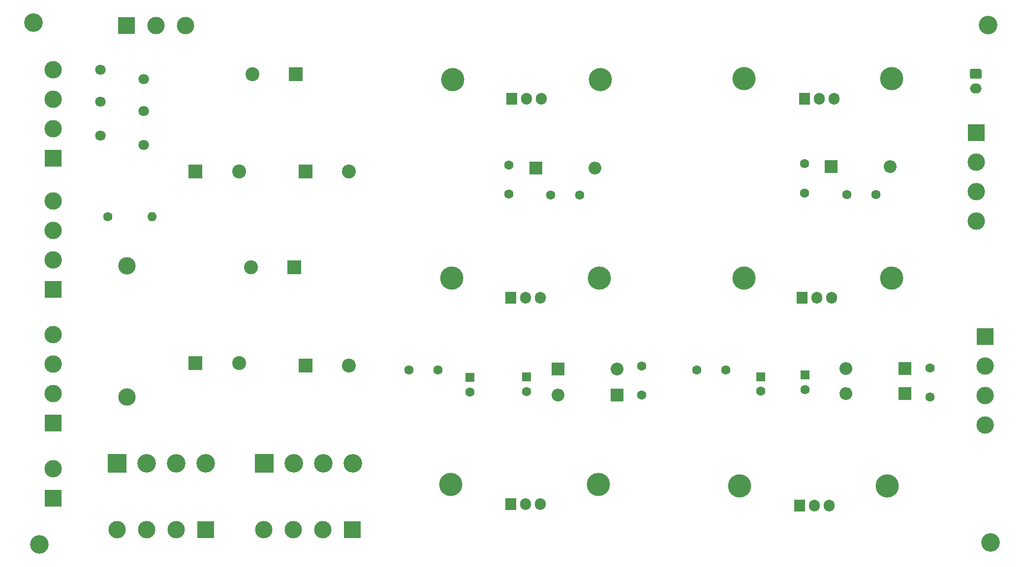
<source format=gbr>
%TF.GenerationSoftware,KiCad,Pcbnew,(5.1.10)-1*%
%TF.CreationDate,2022-01-02T13:32:58-05:00*%
%TF.ProjectId,Single Power Supply,53696e67-6c65-4205-906f-776572205375,rev?*%
%TF.SameCoordinates,Original*%
%TF.FileFunction,Soldermask,Top*%
%TF.FilePolarity,Negative*%
%FSLAX46Y46*%
G04 Gerber Fmt 4.6, Leading zero omitted, Abs format (unit mm)*
G04 Created by KiCad (PCBNEW (5.1.10)-1) date 2022-01-02 13:32:58*
%MOMM*%
%LPD*%
G01*
G04 APERTURE LIST*
%ADD10C,4.000000*%
%ADD11C,3.000000*%
%ADD12R,3.000000X3.000000*%
%ADD13C,3.200000*%
%ADD14C,2.400000*%
%ADD15R,2.400000X2.400000*%
%ADD16C,1.600000*%
%ADD17R,1.600000X1.600000*%
%ADD18R,3.200000X3.200000*%
%ADD19R,2.200000X2.200000*%
%ADD20O,2.200000X2.200000*%
%ADD21O,2.000000X1.700000*%
%ADD22C,1.800000*%
%ADD23O,1.600000X1.600000*%
%ADD24O,1.905000X2.000000*%
%ADD25R,1.905000X2.000000*%
G04 APERTURE END LIST*
D10*
%TO.C,REF\u002A\u002A*%
X122189240Y-104579420D03*
X96789240Y-104579420D03*
%TD*%
D11*
%TO.C,J7*%
X74777600Y-112395000D03*
X69697600Y-112395000D03*
D12*
X79857600Y-112395000D03*
D11*
X64617600Y-112395000D03*
%TD*%
D13*
%TO.C,REF\u002A\u002A*%
X189255400Y-25430480D03*
%TD*%
%TO.C,REF\u002A\u002A*%
X189631320Y-114569240D03*
%TD*%
%TO.C,REF\u002A\u002A*%
X26035000Y-114894360D03*
%TD*%
%TO.C,REF\u002A\u002A*%
X25024080Y-24998680D03*
%TD*%
D10*
%TO.C,REF\u002A\u002A*%
X146497040Y-104833420D03*
X171897040Y-104833420D03*
%TD*%
%TO.C,REF\u002A\u002A*%
X172633640Y-69019420D03*
X147233640Y-69019420D03*
%TD*%
%TO.C,REF\u002A\u002A*%
X96992440Y-69019420D03*
X122392440Y-69019420D03*
%TD*%
%TO.C,REF\u002A\u002A*%
X172633640Y-34665920D03*
X147233640Y-34665920D03*
%TD*%
%TO.C,REF\u002A\u002A*%
X97119440Y-34792920D03*
X122519440Y-34792920D03*
%TD*%
D14*
%TO.C,C1*%
X60372640Y-50667920D03*
D15*
X52872640Y-50667920D03*
%TD*%
D14*
%TO.C,C2*%
X62390640Y-67177920D03*
D15*
X69890640Y-67177920D03*
%TD*%
D14*
%TO.C,C3*%
X79295640Y-84068920D03*
D15*
X71795640Y-84068920D03*
%TD*%
%TO.C,C4*%
X52872640Y-83687920D03*
D14*
X60372640Y-83687920D03*
%TD*%
D15*
%TO.C,C5*%
X70144640Y-33903920D03*
D14*
X62644640Y-33903920D03*
%TD*%
D15*
%TO.C,C6*%
X71795640Y-50667920D03*
D14*
X79295640Y-50667920D03*
%TD*%
D16*
%TO.C,C7*%
X157647640Y-54350920D03*
X157647640Y-49350920D03*
%TD*%
%TO.C,C8*%
X106746040Y-54601120D03*
X106746040Y-49601120D03*
%TD*%
%TO.C,C9*%
X89559120Y-84891880D03*
X94559120Y-84891880D03*
%TD*%
%TO.C,C10*%
X139124680Y-84833460D03*
X144124680Y-84833460D03*
%TD*%
D17*
%TO.C,C11*%
X150124160Y-86019640D03*
D16*
X150124160Y-88519640D03*
%TD*%
%TO.C,C12*%
X100045520Y-88672040D03*
D17*
X100045520Y-86172040D03*
%TD*%
D16*
%TO.C,C13*%
X129644140Y-89161620D03*
X129644140Y-84161620D03*
%TD*%
%TO.C,C14*%
X179212240Y-89542620D03*
X179212240Y-84542620D03*
%TD*%
%TO.C,C15*%
X113988840Y-54731920D03*
X118988840Y-54731920D03*
%TD*%
%TO.C,C16*%
X164966640Y-54604920D03*
X169966640Y-54604920D03*
%TD*%
D17*
%TO.C,C17*%
X109809280Y-86065360D03*
D16*
X109809280Y-88565360D03*
%TD*%
%TO.C,C18*%
X157708600Y-88235160D03*
D17*
X157708600Y-85735160D03*
%TD*%
D18*
%TO.C,D1*%
X39410640Y-100959920D03*
D13*
X44490640Y-100959920D03*
X49570640Y-100959920D03*
X54650640Y-100959920D03*
%TD*%
%TO.C,D2*%
X79923640Y-100959920D03*
X74843640Y-100959920D03*
X69763640Y-100959920D03*
D18*
X64683640Y-100959920D03*
%TD*%
D19*
%TO.C,D3*%
X111445040Y-50058320D03*
D20*
X121605040Y-50058320D03*
%TD*%
%TO.C,D4*%
X172379640Y-49842420D03*
D19*
X162219640Y-49842420D03*
%TD*%
D20*
%TO.C,D5*%
X125389640Y-84716620D03*
D19*
X115229640Y-84716620D03*
%TD*%
%TO.C,D6*%
X174957740Y-84589620D03*
D20*
X164797740Y-84589620D03*
%TD*%
%TO.C,D7*%
X115229640Y-89225120D03*
D19*
X125389640Y-89225120D03*
%TD*%
%TO.C,D8*%
X174970440Y-88971120D03*
D20*
X164810440Y-88971120D03*
%TD*%
D11*
%TO.C,F1*%
X41061640Y-66923920D03*
X41061640Y-89523920D03*
%TD*%
D12*
%TO.C,J1*%
X41005760Y-25554940D03*
D11*
X46085760Y-25554940D03*
X51165760Y-25554940D03*
%TD*%
%TO.C,J2*%
X28361640Y-88894920D03*
X28361640Y-83814920D03*
D12*
X28361640Y-93974920D03*
D11*
X28361640Y-78734920D03*
%TD*%
D12*
%TO.C,J3*%
X28361640Y-106928920D03*
D11*
X28361640Y-101848920D03*
%TD*%
%TO.C,J4*%
X28361640Y-55747920D03*
D12*
X28361640Y-70987920D03*
D11*
X28361640Y-60827920D03*
X28361640Y-65907920D03*
%TD*%
%TO.C,J5*%
X28361640Y-43301920D03*
X28361640Y-38221920D03*
D12*
X28361640Y-48381920D03*
D11*
X28361640Y-33141920D03*
%TD*%
%TO.C,J6*%
X39380160Y-112389920D03*
D12*
X54620160Y-112389920D03*
D11*
X44460160Y-112389920D03*
X49540160Y-112389920D03*
%TD*%
%TO.C,J8*%
G36*
G01*
X186361640Y-32990420D02*
X187861640Y-32990420D01*
G75*
G02*
X188111640Y-33240420I0J-250000D01*
G01*
X188111640Y-34440420D01*
G75*
G02*
X187861640Y-34690420I-250000J0D01*
G01*
X186361640Y-34690420D01*
G75*
G02*
X186111640Y-34440420I0J250000D01*
G01*
X186111640Y-33240420D01*
G75*
G02*
X186361640Y-32990420I250000J0D01*
G01*
G37*
D21*
X187111640Y-36340420D03*
%TD*%
D11*
%TO.C,J9*%
X188711840Y-84195920D03*
X188711840Y-89275920D03*
D12*
X188711840Y-79115920D03*
D11*
X188711840Y-94355920D03*
%TD*%
%TO.C,J10*%
X187238640Y-59176920D03*
D12*
X187238640Y-43936920D03*
D11*
X187238640Y-54096920D03*
X187238640Y-49016920D03*
%TD*%
D22*
%TO.C,RV1*%
X36482640Y-44462590D03*
X43982640Y-46095920D03*
%TD*%
%TO.C,RV2*%
X43982640Y-40253920D03*
X36482640Y-38620590D03*
%TD*%
%TO.C,RV3*%
X36489640Y-33141920D03*
X43989640Y-34775250D03*
%TD*%
D16*
%TO.C,TH1*%
X37759640Y-58414920D03*
D23*
X45379640Y-58414920D03*
%TD*%
D24*
%TO.C,U1*%
X112359440Y-38094920D03*
X109819440Y-38094920D03*
D25*
X107279440Y-38094920D03*
%TD*%
D24*
%TO.C,U2*%
X162727640Y-38094920D03*
X160187640Y-38094920D03*
D25*
X157647640Y-38094920D03*
%TD*%
%TO.C,U3*%
X107152440Y-72448420D03*
D24*
X109692440Y-72448420D03*
X112232440Y-72448420D03*
%TD*%
D25*
%TO.C,U4*%
X157266640Y-72448420D03*
D24*
X159806640Y-72448420D03*
X162346640Y-72448420D03*
%TD*%
%TO.C,U5*%
X112156240Y-108008420D03*
X109616240Y-108008420D03*
D25*
X107076240Y-108008420D03*
%TD*%
%TO.C,U6*%
X156784040Y-108262420D03*
D24*
X159324040Y-108262420D03*
X161864040Y-108262420D03*
%TD*%
M02*

</source>
